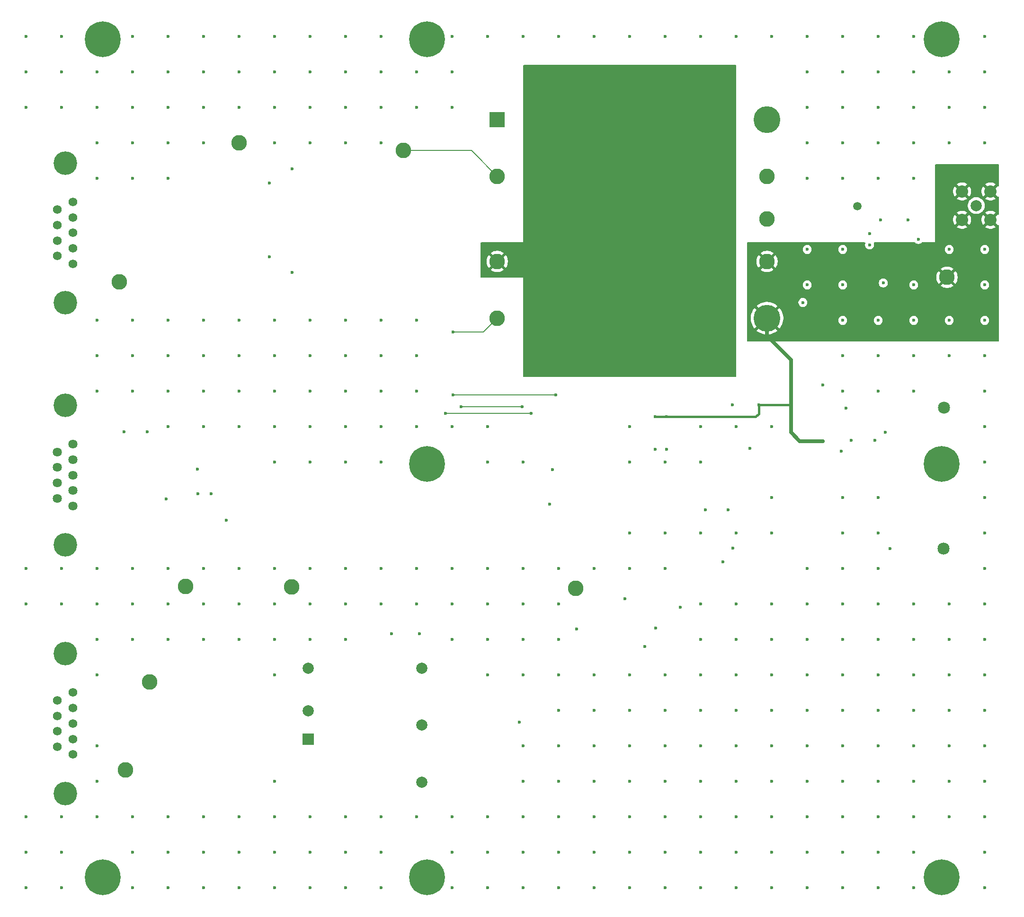
<source format=gbr>
%TF.GenerationSoftware,KiCad,Pcbnew,9.0.3*%
%TF.CreationDate,2025-09-16T14:49:37-04:00*%
%TF.ProjectId,9_TOF_PDU,395f544f-465f-4504-9455-2e6b69636164,rev?*%
%TF.SameCoordinates,Original*%
%TF.FileFunction,Copper,L3,Inr*%
%TF.FilePolarity,Positive*%
%FSLAX46Y46*%
G04 Gerber Fmt 4.6, Leading zero omitted, Abs format (unit mm)*
G04 Created by KiCad (PCBNEW 9.0.3) date 2025-09-16 14:49:37*
%MOMM*%
%LPD*%
G01*
G04 APERTURE LIST*
%TA.AperFunction,ComponentPad*%
%ADD10C,6.400000*%
%TD*%
%TA.AperFunction,ComponentPad*%
%ADD11C,2.800000*%
%TD*%
%TA.AperFunction,ComponentPad*%
%ADD12C,2.159000*%
%TD*%
%TA.AperFunction,ComponentPad*%
%ADD13C,1.560000*%
%TD*%
%TA.AperFunction,ComponentPad*%
%ADD14C,4.216000*%
%TD*%
%TA.AperFunction,ComponentPad*%
%ADD15C,1.635000*%
%TD*%
%TA.AperFunction,ComponentPad*%
%ADD16C,2.006600*%
%TD*%
%TA.AperFunction,ComponentPad*%
%ADD17C,2.209800*%
%TD*%
%TA.AperFunction,ComponentPad*%
%ADD18R,2.800000X2.800000*%
%TD*%
%TA.AperFunction,ComponentPad*%
%ADD19C,4.800000*%
%TD*%
%TA.AperFunction,ComponentPad*%
%ADD20R,2.000000X2.000000*%
%TD*%
%TA.AperFunction,ComponentPad*%
%ADD21C,2.000000*%
%TD*%
%TA.AperFunction,ViaPad*%
%ADD22C,0.600000*%
%TD*%
%TA.AperFunction,ViaPad*%
%ADD23C,1.500000*%
%TD*%
%TA.AperFunction,Conductor*%
%ADD24C,0.200000*%
%TD*%
%TA.AperFunction,Conductor*%
%ADD25C,0.700000*%
%TD*%
%TA.AperFunction,Conductor*%
%ADD26C,0.400000*%
%TD*%
%TA.AperFunction,Conductor*%
%ADD27C,0.600000*%
%TD*%
G04 APERTURE END LIST*
D10*
%TO.N,GNDPWR*%
%TO.C,H1*%
X128000000Y-64000000D03*
%TD*%
D11*
%TO.N,/Telemetry_Circuitry/V3p3*%
%TO.C,+3.3V1*%
X212598000Y-162306000D03*
%TD*%
D10*
%TO.N,GNDPWR*%
%TO.C,H3*%
X186000000Y-64000000D03*
%TD*%
%TO.N,GNDPWR*%
%TO.C,H2*%
X186000000Y-214000000D03*
%TD*%
D11*
%TO.N,/V_SEC_RTN*%
%TO.C,+12V_{RTN}1*%
X152400000Y-82550000D03*
%TD*%
D10*
%TO.N,GNDPWR*%
%TO.C,H6*%
X186000000Y-140000000D03*
%TD*%
%TO.N,GNDPWR*%
%TO.C,H4*%
X278000000Y-214000000D03*
%TD*%
D11*
%TO.N,/V_SEC_Telem_RTN*%
%TO.C,V_TELEM_{RTN}1*%
X136398000Y-179070000D03*
%TD*%
D12*
%TO.N,Net-(P1-Pad1)*%
%TO.C,P1*%
X278370000Y-155160000D03*
%TD*%
D11*
%TO.N,/Main_PDU_Block/Enable*%
%TO.C,V_{EN}1*%
X181780000Y-83870000D03*
%TD*%
%TO.N,/V_SEC_IN_Telem*%
%TO.C,V_TELEM_IN1*%
X132080000Y-194818000D03*
%TD*%
D13*
%TO.N,/V_SEC_Telem_RTN*%
%TO.C,J2*%
X122720000Y-180933500D03*
X122720000Y-183703500D03*
%TO.N,unconnected-(J2-Pad3)*%
X122720000Y-186473500D03*
%TO.N,/V_SEC_Telem_RTN*%
X122720000Y-189243500D03*
X122720000Y-192013500D03*
%TO.N,/V_SEC_IN_Telem*%
X119880000Y-182318500D03*
X119880000Y-185088500D03*
X119880000Y-187858500D03*
X119880000Y-190628500D03*
D14*
%TO.N,GNDPWR*%
X121300000Y-173973500D03*
X121300000Y-198973500D03*
%TD*%
D10*
%TO.N,GNDPWR*%
%TO.C,H7*%
X128000000Y-214000000D03*
%TD*%
D15*
%TO.N,/V_P5V_RTN*%
%TO.C,J3*%
X122720000Y-147540000D03*
%TO.N,/i_OUT_TELEM*%
X122720000Y-144770000D03*
%TO.N,unconnected-(J3-Pad3)*%
X122720000Y-142000000D03*
%TO.N,/Enable-*%
X122720000Y-139230000D03*
%TO.N,/Enable+*%
X122720000Y-136460000D03*
%TO.N,/V_P5V_RTN*%
X119880000Y-146155000D03*
%TO.N,/TEMP_TELEM*%
X119880000Y-143385000D03*
%TO.N,/V_P5V_RTN*%
X119880000Y-140615000D03*
%TO.N,/V_OUT_TELEM*%
X119880000Y-137845000D03*
D14*
%TO.N,GNDPWR*%
X121300000Y-129500000D03*
X121300000Y-154500000D03*
%TD*%
D11*
%TO.N,/V_TOF_RTN*%
%TO.C,SEC_{RTN}1*%
X279010000Y-106580000D03*
%TD*%
%TO.N,/V_P5V*%
%TO.C,V_TELEM_{5V}1*%
X142850000Y-161930000D03*
%TD*%
D13*
%TO.N,/V_SEC_RTN*%
%TO.C,J1*%
X122720000Y-93078500D03*
X122720000Y-95848500D03*
%TO.N,unconnected-(J1-Pad3)*%
X122720000Y-98618500D03*
%TO.N,/V_SEC_RTN*%
X122720000Y-101388500D03*
X122720000Y-104158500D03*
%TO.N,/V_SEC_IN*%
X119880000Y-94463500D03*
X119880000Y-97233500D03*
X119880000Y-100003500D03*
X119880000Y-102773500D03*
D14*
%TO.N,GNDPWR*%
X121300000Y-86118500D03*
X121300000Y-111118500D03*
%TD*%
D16*
%TO.N,/Telemetry_Circuitry/V_TOF_OUT*%
%TO.C,P_OUT1*%
X284238000Y-93748500D03*
D17*
%TO.N,/V_TOF_RTN*%
X286778000Y-91208500D03*
X281698000Y-91208500D03*
X281698000Y-96288500D03*
X286778000Y-96288500D03*
%TD*%
D11*
%TO.N,/V_SEC_IN*%
%TO.C,+12V1*%
X130940000Y-107370000D03*
%TD*%
D12*
%TO.N,Net-(M4-Pad3)*%
%TO.C,P2*%
X278500000Y-129950201D03*
%TD*%
D10*
%TO.N,GNDPWR*%
%TO.C,H8*%
X278000000Y-140000000D03*
%TD*%
%TO.N,GNDPWR*%
%TO.C,H5*%
X278000000Y-64000000D03*
%TD*%
D18*
%TO.N,/Main_PDU_Block/V_POS*%
%TO.C,U1*%
X198572500Y-78340000D03*
D11*
%TO.N,/Main_PDU_Block/Enable*%
X198572500Y-88500000D03*
%TO.N,GNDPWR*%
X198572500Y-103740000D03*
%TO.N,/Main_PDU_Block/V_RTN*%
X198572500Y-113900000D03*
D19*
%TO.N,/V_TOF_RTN*%
X246822500Y-113900000D03*
D11*
X246822500Y-103740000D03*
%TO.N,unconnected-(U1-TRIM-Pad7)*%
X246822500Y-96120000D03*
%TO.N,/Main_PDU_Block/V_TOF_OUT*%
X246822500Y-88500000D03*
D19*
X246822500Y-78340000D03*
%TD*%
D11*
%TO.N,/V_P5V_RTN*%
%TO.C,TELEM_{RTN}1*%
X161798000Y-162052000D03*
%TD*%
D20*
%TO.N,/V_TOF_Telemetry_PDU/V_POS*%
%TO.C,U2*%
X164755500Y-189273500D03*
D21*
%TO.N,/V_TOF_Telemetry_PDU/V_RTN*%
X164755500Y-184173500D03*
%TO.N,/V_P5V*%
X185055500Y-196973500D03*
%TO.N,unconnected-(U2-TRIM-Pad4)*%
X185055500Y-186773500D03*
%TO.N,/V_P5V_RTN*%
X185055500Y-176573500D03*
%TO.N,unconnected-(U2-REMOTE-Pad6)*%
X164755500Y-176573500D03*
%TD*%
D22*
%TO.N,/V_SEC_RTN*%
X171450000Y-165100000D03*
X165100000Y-127000000D03*
X177800000Y-215900000D03*
X165100000Y-133350000D03*
X247650000Y-215900000D03*
X215900000Y-209550000D03*
X266700000Y-158750000D03*
X146050000Y-127000000D03*
X177800000Y-139700000D03*
X279400000Y-114300000D03*
X177800000Y-76200000D03*
X146050000Y-171450000D03*
X114300000Y-158750000D03*
X254000000Y-203200000D03*
X222250000Y-177800000D03*
X139700000Y-127000000D03*
X139700000Y-120650000D03*
X133350000Y-63500000D03*
X247650000Y-133350000D03*
X120650000Y-158750000D03*
X165100000Y-139700000D03*
X120650000Y-203200000D03*
X196850000Y-139700000D03*
X203200000Y-63500000D03*
X127000000Y-88900000D03*
X133350000Y-209550000D03*
X234950000Y-215900000D03*
X222250000Y-203200000D03*
X222250000Y-215900000D03*
X260350000Y-82550000D03*
X209550000Y-63500000D03*
X190500000Y-133350000D03*
X184150000Y-127000000D03*
X152400000Y-63500000D03*
X254000000Y-88900000D03*
X266700000Y-196850000D03*
X273050000Y-120650000D03*
X196850000Y-133350000D03*
X203200000Y-165100000D03*
X171450000Y-158750000D03*
X222250000Y-190500000D03*
X241300000Y-215900000D03*
X133350000Y-120650000D03*
X285750000Y-184150000D03*
X171450000Y-133350000D03*
X146050000Y-133350000D03*
X209550000Y-165100000D03*
X165100000Y-203200000D03*
X215900000Y-63500000D03*
X158750000Y-114300000D03*
X184150000Y-114300000D03*
X133350000Y-114300000D03*
X127000000Y-69850000D03*
X177800000Y-158750000D03*
X171450000Y-215900000D03*
X146050000Y-63500000D03*
X260350000Y-165100000D03*
X165100000Y-209550000D03*
X177800000Y-69850000D03*
X228600000Y-190500000D03*
X260350000Y-171450000D03*
X171450000Y-127000000D03*
X133350000Y-76200000D03*
X254000000Y-171450000D03*
X241300000Y-196850000D03*
X209550000Y-209550000D03*
X165100000Y-120650000D03*
X171450000Y-63500000D03*
X285750000Y-215900000D03*
X273050000Y-127000000D03*
X222250000Y-139700000D03*
X177800000Y-209550000D03*
X222250000Y-152400000D03*
X285750000Y-120650000D03*
X196850000Y-215900000D03*
X222250000Y-196850000D03*
X152400000Y-114300000D03*
X165100000Y-82550000D03*
X266700000Y-184150000D03*
X266700000Y-146050000D03*
X234950000Y-203200000D03*
X234950000Y-63500000D03*
X152400000Y-165100000D03*
X152400000Y-120650000D03*
X196850000Y-171450000D03*
X260350000Y-215900000D03*
X152400000Y-158750000D03*
X171450000Y-209550000D03*
X254000000Y-177800000D03*
X241300000Y-209550000D03*
X266700000Y-203200000D03*
X247650000Y-152400000D03*
X241300000Y-171450000D03*
X228600000Y-139700000D03*
X241300000Y-165100000D03*
X190500000Y-69850000D03*
X152400000Y-203200000D03*
X228600000Y-184150000D03*
X260350000Y-203200000D03*
X196850000Y-177800000D03*
X273050000Y-171450000D03*
X247650000Y-177800000D03*
X254000000Y-69850000D03*
X139700000Y-203200000D03*
X203200000Y-209550000D03*
X285750000Y-165100000D03*
X285750000Y-177800000D03*
X190500000Y-63500000D03*
X273050000Y-69850000D03*
X285750000Y-196850000D03*
X177800000Y-127000000D03*
X247650000Y-196850000D03*
X215900000Y-190500000D03*
X158750000Y-133350000D03*
X158750000Y-177800000D03*
X285750000Y-152400000D03*
X177800000Y-165100000D03*
X247650000Y-171450000D03*
X165100000Y-76200000D03*
X190500000Y-165100000D03*
X247650000Y-63500000D03*
X285750000Y-114300000D03*
X254000000Y-190500000D03*
X146050000Y-209550000D03*
X228600000Y-177800000D03*
X139700000Y-114300000D03*
X171450000Y-139700000D03*
X254000000Y-158750000D03*
X279400000Y-165100000D03*
X158750000Y-203200000D03*
X273050000Y-203200000D03*
X215900000Y-203200000D03*
X266700000Y-171450000D03*
X279400000Y-101600000D03*
X177800000Y-203200000D03*
X139700000Y-158750000D03*
X273050000Y-76200000D03*
X254000000Y-196850000D03*
X171450000Y-69850000D03*
X247650000Y-203200000D03*
X146050000Y-203200000D03*
X247650000Y-146050000D03*
X247650000Y-184150000D03*
X196850000Y-63500000D03*
X158750000Y-76200000D03*
X215900000Y-177800000D03*
X209550000Y-184150000D03*
X133350000Y-158750000D03*
X215900000Y-158750000D03*
X190500000Y-158750000D03*
X260350000Y-76200000D03*
X114300000Y-165100000D03*
X234950000Y-190500000D03*
X266700000Y-69850000D03*
X279400000Y-177800000D03*
X266700000Y-127000000D03*
X133350000Y-69850000D03*
X190500000Y-171450000D03*
X260350000Y-88900000D03*
X279400000Y-190500000D03*
X209550000Y-158750000D03*
X152400000Y-215900000D03*
X285750000Y-63500000D03*
X165100000Y-171450000D03*
X133350000Y-165100000D03*
X139700000Y-69850000D03*
X114300000Y-209550000D03*
X133350000Y-203200000D03*
X279400000Y-82550000D03*
X254000000Y-76200000D03*
X158750000Y-171450000D03*
X190500000Y-76200000D03*
X127000000Y-158750000D03*
X273050000Y-184150000D03*
X228600000Y-209550000D03*
X127000000Y-171450000D03*
X184150000Y-165100000D03*
X234950000Y-177800000D03*
X228600000Y-63500000D03*
X222250000Y-63500000D03*
X215900000Y-184150000D03*
X260350000Y-184150000D03*
X260350000Y-190500000D03*
X120650000Y-215900000D03*
X254000000Y-165100000D03*
X184150000Y-120650000D03*
X152400000Y-127000000D03*
X273050000Y-190500000D03*
X209550000Y-171450000D03*
X254000000Y-215900000D03*
X158750000Y-209550000D03*
X152400000Y-133350000D03*
X254000000Y-184150000D03*
X203200000Y-158750000D03*
X228600000Y-158750000D03*
X273050000Y-177800000D03*
X203200000Y-203200000D03*
X273050000Y-82550000D03*
X133350000Y-215900000D03*
X273050000Y-107950000D03*
X114300000Y-69850000D03*
X273050000Y-63500000D03*
X203200000Y-171450000D03*
X139700000Y-76200000D03*
X260350000Y-120650000D03*
X152400000Y-209550000D03*
X285750000Y-171450000D03*
X266700000Y-114300000D03*
X152400000Y-76200000D03*
X158750000Y-69850000D03*
X127000000Y-177800000D03*
X190500000Y-203200000D03*
X285750000Y-209550000D03*
X273050000Y-88900000D03*
X285750000Y-158750000D03*
X120650000Y-165100000D03*
X279400000Y-196850000D03*
X228600000Y-203200000D03*
X127000000Y-127000000D03*
X254000000Y-82550000D03*
X133350000Y-127000000D03*
X203200000Y-190500000D03*
X114300000Y-63500000D03*
X228600000Y-215900000D03*
X285750000Y-133350000D03*
X266700000Y-120650000D03*
X184150000Y-133350000D03*
X266700000Y-190500000D03*
X273050000Y-196850000D03*
X158750000Y-165100000D03*
X241300000Y-133350000D03*
X139700000Y-88900000D03*
X139700000Y-133350000D03*
X254000000Y-209550000D03*
X209550000Y-215900000D03*
X203200000Y-177800000D03*
X266700000Y-63500000D03*
X285750000Y-190500000D03*
X234950000Y-133350000D03*
X285750000Y-146050000D03*
X241300000Y-184150000D03*
X146050000Y-76200000D03*
X209550000Y-203200000D03*
X266700000Y-152400000D03*
X196850000Y-165100000D03*
X209550000Y-190500000D03*
X190500000Y-209550000D03*
X260350000Y-146050000D03*
X222250000Y-184150000D03*
X234950000Y-196850000D03*
X279400000Y-171450000D03*
X177800000Y-120650000D03*
X184150000Y-69850000D03*
X234950000Y-152400000D03*
X203200000Y-196850000D03*
X266700000Y-215900000D03*
X273050000Y-215900000D03*
X171450000Y-82550000D03*
X260350000Y-63500000D03*
X273050000Y-114300000D03*
X203200000Y-139700000D03*
X158750000Y-158750000D03*
X209550000Y-177800000D03*
X127000000Y-120650000D03*
X254000000Y-63500000D03*
X279400000Y-184150000D03*
X241300000Y-152400000D03*
X120650000Y-76200000D03*
X133350000Y-171450000D03*
X184150000Y-203200000D03*
X171450000Y-203200000D03*
X127000000Y-82550000D03*
X279400000Y-69850000D03*
X120650000Y-63500000D03*
X184150000Y-76200000D03*
X127000000Y-203200000D03*
X215900000Y-215900000D03*
X279400000Y-76200000D03*
X152400000Y-171450000D03*
X146050000Y-165100000D03*
X285750000Y-69850000D03*
X260350000Y-127000000D03*
X241300000Y-177800000D03*
X266700000Y-88900000D03*
X285750000Y-107950000D03*
X158750000Y-196850000D03*
X247650000Y-209550000D03*
X171450000Y-120650000D03*
X171450000Y-114300000D03*
X146050000Y-114300000D03*
X260350000Y-69850000D03*
X146050000Y-215900000D03*
X177800000Y-133350000D03*
X146050000Y-158750000D03*
X273050000Y-209550000D03*
X222250000Y-209550000D03*
X146050000Y-120650000D03*
X260350000Y-107950000D03*
X254000000Y-101600000D03*
X260350000Y-177800000D03*
X215900000Y-196850000D03*
X158750000Y-63500000D03*
X285750000Y-203200000D03*
X241300000Y-63500000D03*
X260350000Y-101600000D03*
X127000000Y-114300000D03*
X279400000Y-203200000D03*
X196850000Y-209550000D03*
X165100000Y-63500000D03*
X127000000Y-196850000D03*
X165100000Y-165100000D03*
X266700000Y-209550000D03*
X266700000Y-165100000D03*
X285750000Y-82550000D03*
X285750000Y-76200000D03*
X139700000Y-165100000D03*
X266700000Y-177800000D03*
X165100000Y-215900000D03*
X209550000Y-196850000D03*
X158750000Y-215900000D03*
X133350000Y-82550000D03*
X127000000Y-165100000D03*
X158750000Y-120650000D03*
X196850000Y-158750000D03*
X165100000Y-114300000D03*
X171450000Y-76200000D03*
X234950000Y-165100000D03*
X254000000Y-107950000D03*
X177800000Y-63500000D03*
X222250000Y-133350000D03*
X184150000Y-158750000D03*
X285750000Y-101600000D03*
X120650000Y-209550000D03*
X146050000Y-69850000D03*
X139700000Y-82550000D03*
X171450000Y-171450000D03*
X133350000Y-88900000D03*
X260350000Y-114300000D03*
X241300000Y-203200000D03*
X222250000Y-158750000D03*
X139700000Y-171450000D03*
X158750000Y-82550000D03*
X114300000Y-203200000D03*
X139700000Y-63500000D03*
X228600000Y-152400000D03*
X152400000Y-69850000D03*
X177800000Y-82550000D03*
X114300000Y-76200000D03*
X203200000Y-215900000D03*
X247650000Y-165100000D03*
X260350000Y-158750000D03*
X285750000Y-127000000D03*
X139700000Y-209550000D03*
X120650000Y-69850000D03*
X165100000Y-69850000D03*
X260350000Y-209550000D03*
X234950000Y-171450000D03*
X177800000Y-114300000D03*
X234950000Y-209550000D03*
X260350000Y-196850000D03*
X241300000Y-190500000D03*
X285750000Y-139700000D03*
X260350000Y-152400000D03*
X234950000Y-184150000D03*
X158750000Y-127000000D03*
X273050000Y-165100000D03*
X139700000Y-215900000D03*
X234950000Y-139700000D03*
X266700000Y-76200000D03*
X266700000Y-82550000D03*
X279400000Y-120650000D03*
X196850000Y-203200000D03*
X165100000Y-158750000D03*
X146050000Y-82550000D03*
X228600000Y-196850000D03*
X127000000Y-190500000D03*
X247650000Y-190500000D03*
X190500000Y-215900000D03*
X158750000Y-139700000D03*
X114300000Y-215900000D03*
X127000000Y-76200000D03*
%TO.N,/Main_PDU_Block/V_RTN*%
X190700000Y-116410000D03*
X190700000Y-127620000D03*
X209038000Y-127618500D03*
%TO.N,/Main_PDU_Block/V_POS*%
X204650000Y-130960000D03*
X189280000Y-130960000D03*
D23*
%TO.N,/Main_PDU_Block/V_TOF_OUT*%
X262938000Y-93856000D03*
D22*
X267138000Y-96318500D03*
%TO.N,/V_TOF_RTN*%
X226822000Y-131572000D03*
X245338000Y-129418500D03*
X256810000Y-135910000D03*
X228854000Y-131572000D03*
D23*
%TO.N,GNDPWR*%
X237490000Y-121920000D03*
X232410000Y-76200000D03*
X237490000Y-96520000D03*
X222250000Y-86360000D03*
D22*
X161912000Y-87126500D03*
D23*
X212090000Y-91440000D03*
X232410000Y-91440000D03*
X207010000Y-91440000D03*
X212090000Y-76200000D03*
X232410000Y-106680000D03*
X212090000Y-96520000D03*
X222250000Y-81280000D03*
X212090000Y-86360000D03*
X222250000Y-91440000D03*
X227330000Y-116840000D03*
X222250000Y-121920000D03*
X212090000Y-106680000D03*
X222250000Y-116840000D03*
X227330000Y-106680000D03*
X222250000Y-96520000D03*
X207010000Y-111760000D03*
X217170000Y-81280000D03*
X217170000Y-116840000D03*
X222250000Y-101600000D03*
X222250000Y-71120000D03*
X217170000Y-91440000D03*
X227330000Y-71120000D03*
X232410000Y-101600000D03*
X232410000Y-96520000D03*
X237490000Y-91440000D03*
X207010000Y-101600000D03*
X237490000Y-101600000D03*
X207010000Y-121920000D03*
X212090000Y-121920000D03*
X207010000Y-106680000D03*
X227330000Y-81280000D03*
X212090000Y-111760000D03*
D22*
X161912000Y-105668500D03*
D23*
X217170000Y-96520000D03*
X232410000Y-111760000D03*
X207010000Y-71120000D03*
X237490000Y-81280000D03*
X217170000Y-86360000D03*
X227330000Y-111760000D03*
X237490000Y-106680000D03*
X237490000Y-71120000D03*
X222250000Y-111760000D03*
X207010000Y-96520000D03*
X232410000Y-86360000D03*
X232410000Y-81280000D03*
X207010000Y-86360000D03*
X237490000Y-116840000D03*
X207010000Y-76200000D03*
X232410000Y-121920000D03*
X217170000Y-121920000D03*
X227330000Y-76200000D03*
X217170000Y-76200000D03*
X222250000Y-106680000D03*
X227330000Y-86360000D03*
X217170000Y-106680000D03*
X237490000Y-76200000D03*
X217170000Y-71120000D03*
X237490000Y-111760000D03*
X227330000Y-91440000D03*
D22*
X179638000Y-170418500D03*
D23*
X212090000Y-101600000D03*
X232410000Y-71120000D03*
X237490000Y-86360000D03*
X207010000Y-116840000D03*
X207010000Y-81280000D03*
X217170000Y-101600000D03*
X212090000Y-71120000D03*
D22*
X240638000Y-129418500D03*
D23*
X222250000Y-76200000D03*
X212090000Y-81280000D03*
X227330000Y-101600000D03*
X227330000Y-96520000D03*
X217170000Y-111760000D03*
X227330000Y-121920000D03*
X212090000Y-116840000D03*
X232410000Y-116840000D03*
D22*
%TO.N,/V_P5V_RTN*%
X260938000Y-130003500D03*
X212778000Y-169573500D03*
X226878000Y-169348500D03*
X266138000Y-135753500D03*
X265148000Y-98728500D03*
X184638000Y-170418500D03*
X267608000Y-107598500D03*
X131838000Y-134218500D03*
X144978000Y-140938500D03*
X207938000Y-147218499D03*
X243780000Y-137170000D03*
X226822000Y-137414000D03*
X231296500Y-165678500D03*
X238903100Y-157558500D03*
X139398000Y-146248499D03*
X150078000Y-150048500D03*
X267988000Y-134308500D03*
X273888000Y-99808500D03*
X228854000Y-137414000D03*
%TO.N,/V_P5V*%
X224978000Y-172648500D03*
X147408000Y-145338500D03*
X261888001Y-135753500D03*
X268830000Y-155119799D03*
X202510000Y-186200000D03*
X208438000Y-141018500D03*
%TO.N,/Telemetry_Circuitry/V3p3*%
X240703100Y-155058500D03*
X135938000Y-134218500D03*
X239893100Y-148188500D03*
X265148000Y-100778500D03*
X235763100Y-148178500D03*
X221378000Y-164148500D03*
X144988000Y-145298498D03*
%TO.N,/Main_PDU_Block/SEC_RTN*%
X157848000Y-102874500D03*
X157848000Y-89666500D03*
%TO.N,/Main_PDU_Block/Enable*%
X203038000Y-129718500D03*
X192080000Y-129720000D03*
%TO.N,/Telemetry_Circuitry/V_TOF_OUT*%
X260130000Y-137750000D03*
X256748000Y-125818500D03*
X272038000Y-96318500D03*
%TO.N,Net-(U8B-IN2+)*%
X253230000Y-111090000D03*
%TD*%
D24*
%TO.N,/Main_PDU_Block/V_RTN*%
X196062500Y-116410000D02*
X198572500Y-113900000D01*
X190700000Y-116410000D02*
X196062500Y-116410000D01*
X190701500Y-127618500D02*
X190700000Y-127620000D01*
X209038000Y-127618500D02*
X190701500Y-127618500D01*
%TO.N,/Main_PDU_Block/V_POS*%
X204650000Y-130960000D02*
X189280000Y-130960000D01*
%TO.N,/V_TOF_RTN*%
X251071500Y-129418500D02*
X251090000Y-129400000D01*
D25*
X251090000Y-121362582D02*
X251090000Y-129400000D01*
D26*
X226822000Y-131572000D02*
X244798000Y-131572000D01*
D25*
X246822500Y-117095082D02*
X251090000Y-121362582D01*
X251090000Y-129400000D02*
X251090000Y-134330000D01*
X252670000Y-135910000D02*
X256810000Y-135910000D01*
D26*
X245338000Y-129418500D02*
X251071500Y-129418500D01*
X244798000Y-131572000D02*
X245338000Y-131032000D01*
X245338000Y-131032000D02*
X245338000Y-129418500D01*
D25*
X246822500Y-113900000D02*
X246822500Y-117095082D01*
X251090000Y-134330000D02*
X252670000Y-135910000D01*
D27*
%TO.N,/V_SEC_IN_Telem*%
X119880000Y-190628500D02*
X119880000Y-190983694D01*
X119880000Y-190983694D02*
X119888000Y-190991694D01*
D24*
%TO.N,/Main_PDU_Block/Enable*%
X181780000Y-83870000D02*
X193942500Y-83870000D01*
X193942500Y-83870000D02*
X198572500Y-88500000D01*
X192080000Y-129720000D02*
X192081500Y-129718500D01*
X203038000Y-129718500D02*
X192080000Y-129720000D01*
%TD*%
%TA.AperFunction,Conductor*%
%TO.N,GNDPWR*%
G36*
X241243039Y-68599685D02*
G01*
X241288794Y-68652489D01*
X241300000Y-68704000D01*
X241300000Y-124336000D01*
X241280315Y-124403039D01*
X241227511Y-124448794D01*
X241176000Y-124460000D01*
X203324000Y-124460000D01*
X203256961Y-124440315D01*
X203211206Y-124387511D01*
X203200000Y-124336000D01*
X203200000Y-106680000D01*
X195704000Y-106680000D01*
X195636961Y-106660315D01*
X195591206Y-106607511D01*
X195580000Y-106556000D01*
X195580000Y-103615466D01*
X196672500Y-103615466D01*
X196672500Y-103864533D01*
X196705008Y-104111463D01*
X196769473Y-104352049D01*
X196864783Y-104582148D01*
X196864788Y-104582159D01*
X196989313Y-104797841D01*
X196989319Y-104797849D01*
X197063900Y-104895045D01*
X197933189Y-104025756D01*
X197952168Y-104071574D01*
X198028774Y-104186224D01*
X198126276Y-104283726D01*
X198240926Y-104360332D01*
X198286742Y-104379309D01*
X197417453Y-105248598D01*
X197514650Y-105323180D01*
X197514658Y-105323186D01*
X197730340Y-105447711D01*
X197730351Y-105447716D01*
X197960450Y-105543026D01*
X198201036Y-105607491D01*
X198447966Y-105640000D01*
X198697034Y-105640000D01*
X198943963Y-105607491D01*
X199184549Y-105543026D01*
X199414648Y-105447716D01*
X199414659Y-105447711D01*
X199630355Y-105323178D01*
X199727545Y-105248600D01*
X199727545Y-105248597D01*
X198858257Y-104379309D01*
X198904074Y-104360332D01*
X199018724Y-104283726D01*
X199116226Y-104186224D01*
X199192832Y-104071574D01*
X199211809Y-104025757D01*
X200081097Y-104895045D01*
X200081100Y-104895045D01*
X200155678Y-104797855D01*
X200280211Y-104582159D01*
X200280216Y-104582148D01*
X200375526Y-104352049D01*
X200439991Y-104111463D01*
X200472500Y-103864533D01*
X200472500Y-103615466D01*
X200439991Y-103368536D01*
X200375526Y-103127950D01*
X200280216Y-102897851D01*
X200280211Y-102897840D01*
X200155686Y-102682158D01*
X200155680Y-102682150D01*
X200081098Y-102584953D01*
X199211809Y-103454242D01*
X199192832Y-103408426D01*
X199116226Y-103293776D01*
X199018724Y-103196274D01*
X198904074Y-103119668D01*
X198858255Y-103100689D01*
X199727545Y-102231400D01*
X199630349Y-102156819D01*
X199630341Y-102156813D01*
X199414659Y-102032288D01*
X199414648Y-102032283D01*
X199184549Y-101936973D01*
X198943963Y-101872508D01*
X198697034Y-101840000D01*
X198447966Y-101840000D01*
X198201036Y-101872508D01*
X197960450Y-101936973D01*
X197730351Y-102032283D01*
X197730347Y-102032285D01*
X197514643Y-102156823D01*
X197417453Y-102231399D01*
X197417453Y-102231400D01*
X198286743Y-103100690D01*
X198240926Y-103119668D01*
X198126276Y-103196274D01*
X198028774Y-103293776D01*
X197952168Y-103408426D01*
X197933190Y-103454243D01*
X197063900Y-102584953D01*
X197063899Y-102584953D01*
X196989323Y-102682143D01*
X196864785Y-102897847D01*
X196864783Y-102897851D01*
X196769473Y-103127950D01*
X196705008Y-103368536D01*
X196672500Y-103615466D01*
X195580000Y-103615466D01*
X195580000Y-100454000D01*
X195599685Y-100386961D01*
X195652489Y-100341206D01*
X195704000Y-100330000D01*
X203200000Y-100330000D01*
X203200000Y-68704000D01*
X203219685Y-68636961D01*
X203272489Y-68591206D01*
X203324000Y-68580000D01*
X241176000Y-68580000D01*
X241243039Y-68599685D01*
G37*
%TD.AperFunction*%
%TD*%
%TA.AperFunction,Conductor*%
%TO.N,/V_TOF_RTN*%
G36*
X288233039Y-86379685D02*
G01*
X288278794Y-86432489D01*
X288290000Y-86484000D01*
X288290000Y-90177537D01*
X288270315Y-90244576D01*
X288217511Y-90290331D01*
X288148353Y-90300275D01*
X288084797Y-90271250D01*
X288078618Y-90264518D01*
X288075758Y-90264292D01*
X287532803Y-90807247D01*
X287532058Y-90805448D01*
X287438937Y-90666083D01*
X287320417Y-90547563D01*
X287181052Y-90454442D01*
X287179249Y-90453695D01*
X287722206Y-89910740D01*
X287619151Y-89835866D01*
X287394072Y-89721183D01*
X287153815Y-89643118D01*
X286904307Y-89603600D01*
X286651693Y-89603600D01*
X286402184Y-89643118D01*
X286161927Y-89721183D01*
X285936844Y-89835868D01*
X285833793Y-89910739D01*
X285833792Y-89910740D01*
X286376748Y-90453696D01*
X286374948Y-90454442D01*
X286235583Y-90547563D01*
X286117063Y-90666083D01*
X286023942Y-90805448D01*
X286023196Y-90807248D01*
X285480240Y-90264292D01*
X285480239Y-90264293D01*
X285405368Y-90367344D01*
X285290683Y-90592427D01*
X285212618Y-90832684D01*
X285173100Y-91082192D01*
X285173100Y-91334807D01*
X285212618Y-91584315D01*
X285290683Y-91824572D01*
X285405366Y-92049651D01*
X285480240Y-92152705D01*
X285480240Y-92152706D01*
X286023195Y-91609750D01*
X286023942Y-91611552D01*
X286117063Y-91750917D01*
X286235583Y-91869437D01*
X286374948Y-91962558D01*
X286376748Y-91963303D01*
X285833792Y-92506258D01*
X285936848Y-92581133D01*
X286161927Y-92695816D01*
X286402184Y-92773881D01*
X286651693Y-92813400D01*
X286904307Y-92813400D01*
X287153815Y-92773881D01*
X287394072Y-92695816D01*
X287619143Y-92581137D01*
X287619149Y-92581133D01*
X287722205Y-92506258D01*
X287722206Y-92506258D01*
X287179251Y-91963303D01*
X287181052Y-91962558D01*
X287320417Y-91869437D01*
X287438937Y-91750917D01*
X287532058Y-91611552D01*
X287532803Y-91609751D01*
X288075758Y-92152706D01*
X288084567Y-92152012D01*
X288121012Y-92123910D01*
X288190625Y-92117931D01*
X288252420Y-92150537D01*
X288286777Y-92211375D01*
X288290000Y-92239461D01*
X288290000Y-95257537D01*
X288270315Y-95324576D01*
X288217511Y-95370331D01*
X288148353Y-95380275D01*
X288084797Y-95351250D01*
X288078618Y-95344518D01*
X288075758Y-95344292D01*
X287532803Y-95887247D01*
X287532058Y-95885448D01*
X287438937Y-95746083D01*
X287320417Y-95627563D01*
X287181052Y-95534442D01*
X287179249Y-95533695D01*
X287722206Y-94990740D01*
X287619151Y-94915866D01*
X287394072Y-94801183D01*
X287153815Y-94723118D01*
X286904307Y-94683600D01*
X286651693Y-94683600D01*
X286402184Y-94723118D01*
X286161927Y-94801183D01*
X285936844Y-94915868D01*
X285833793Y-94990739D01*
X285833792Y-94990740D01*
X286376748Y-95533696D01*
X286374948Y-95534442D01*
X286235583Y-95627563D01*
X286117063Y-95746083D01*
X286023942Y-95885448D01*
X286023196Y-95887248D01*
X285480240Y-95344292D01*
X285480239Y-95344293D01*
X285405368Y-95447344D01*
X285290683Y-95672427D01*
X285212618Y-95912684D01*
X285173100Y-96162192D01*
X285173100Y-96414807D01*
X285212618Y-96664315D01*
X285290683Y-96904572D01*
X285405366Y-97129651D01*
X285480240Y-97232705D01*
X285480240Y-97232706D01*
X286023195Y-96689750D01*
X286023942Y-96691552D01*
X286117063Y-96830917D01*
X286235583Y-96949437D01*
X286374948Y-97042558D01*
X286376748Y-97043303D01*
X285833792Y-97586258D01*
X285936848Y-97661133D01*
X286161927Y-97775816D01*
X286402184Y-97853881D01*
X286651693Y-97893400D01*
X286904307Y-97893400D01*
X287153815Y-97853881D01*
X287394072Y-97775816D01*
X287619143Y-97661137D01*
X287619149Y-97661133D01*
X287722205Y-97586258D01*
X287722206Y-97586258D01*
X287179251Y-97043303D01*
X287181052Y-97042558D01*
X287320417Y-96949437D01*
X287438937Y-96830917D01*
X287532058Y-96691552D01*
X287532803Y-96689751D01*
X288075758Y-97232706D01*
X288084567Y-97232012D01*
X288121012Y-97203910D01*
X288190625Y-97197931D01*
X288252420Y-97230537D01*
X288286777Y-97291375D01*
X288290000Y-97319461D01*
X288290000Y-117986000D01*
X288270315Y-118053039D01*
X288217511Y-118098794D01*
X288166000Y-118110000D01*
X243329000Y-118110000D01*
X243261961Y-118090315D01*
X243216206Y-118037511D01*
X243205000Y-117986000D01*
X243205000Y-113737135D01*
X243922500Y-113737135D01*
X243922500Y-114062864D01*
X243958968Y-114386520D01*
X243958970Y-114386536D01*
X244031448Y-114704087D01*
X244031452Y-114704099D01*
X244139025Y-115011523D01*
X244139034Y-115011545D01*
X244280349Y-115304989D01*
X244453646Y-115580789D01*
X244602055Y-115766890D01*
X245814616Y-114554329D01*
X245907191Y-114681748D01*
X246040752Y-114815309D01*
X246168169Y-114907882D01*
X244955608Y-116120443D01*
X245141710Y-116268853D01*
X245417510Y-116442150D01*
X245710954Y-116583465D01*
X245710976Y-116583474D01*
X246018400Y-116691047D01*
X246018412Y-116691051D01*
X246335963Y-116763529D01*
X246335979Y-116763531D01*
X246659635Y-116799999D01*
X246659636Y-116800000D01*
X246985364Y-116800000D01*
X246985364Y-116799999D01*
X247309020Y-116763531D01*
X247309036Y-116763529D01*
X247626587Y-116691051D01*
X247626599Y-116691047D01*
X247934023Y-116583474D01*
X247934045Y-116583465D01*
X248227489Y-116442150D01*
X248503289Y-116268853D01*
X248689390Y-116120443D01*
X247476830Y-114907883D01*
X247604248Y-114815309D01*
X247737809Y-114681748D01*
X247830383Y-114554330D01*
X249042943Y-115766890D01*
X249191353Y-115580789D01*
X249364650Y-115304989D01*
X249505965Y-115011545D01*
X249505974Y-115011523D01*
X249613547Y-114704099D01*
X249613551Y-114704087D01*
X249686029Y-114386536D01*
X249686031Y-114386520D01*
X249704665Y-114221153D01*
X259549500Y-114221153D01*
X259549500Y-114378846D01*
X259580261Y-114533489D01*
X259580264Y-114533501D01*
X259640602Y-114679172D01*
X259640609Y-114679185D01*
X259728210Y-114810288D01*
X259728213Y-114810292D01*
X259839707Y-114921786D01*
X259839711Y-114921789D01*
X259970814Y-115009390D01*
X259970827Y-115009397D01*
X260116498Y-115069735D01*
X260116503Y-115069737D01*
X260268644Y-115100000D01*
X260271153Y-115100499D01*
X260271156Y-115100500D01*
X260271158Y-115100500D01*
X260428844Y-115100500D01*
X260428845Y-115100499D01*
X260583497Y-115069737D01*
X260729179Y-115009394D01*
X260860289Y-114921789D01*
X260971789Y-114810289D01*
X261059394Y-114679179D01*
X261119737Y-114533497D01*
X261150500Y-114378842D01*
X261150500Y-114221158D01*
X261150500Y-114221155D01*
X261150499Y-114221153D01*
X265899500Y-114221153D01*
X265899500Y-114378846D01*
X265930261Y-114533489D01*
X265930264Y-114533501D01*
X265990602Y-114679172D01*
X265990609Y-114679185D01*
X266078210Y-114810288D01*
X266078213Y-114810292D01*
X266189707Y-114921786D01*
X266189711Y-114921789D01*
X266320814Y-115009390D01*
X266320827Y-115009397D01*
X266466498Y-115069735D01*
X266466503Y-115069737D01*
X266618644Y-115100000D01*
X266621153Y-115100499D01*
X266621156Y-115100500D01*
X266621158Y-115100500D01*
X266778844Y-115100500D01*
X266778845Y-115100499D01*
X266933497Y-115069737D01*
X267079179Y-115009394D01*
X267210289Y-114921789D01*
X267321789Y-114810289D01*
X267409394Y-114679179D01*
X267469737Y-114533497D01*
X267500500Y-114378842D01*
X267500500Y-114221158D01*
X267500500Y-114221155D01*
X267500499Y-114221153D01*
X272249500Y-114221153D01*
X272249500Y-114378846D01*
X272280261Y-114533489D01*
X272280264Y-114533501D01*
X272340602Y-114679172D01*
X272340609Y-114679185D01*
X272428210Y-114810288D01*
X272428213Y-114810292D01*
X272539707Y-114921786D01*
X272539711Y-114921789D01*
X272670814Y-115009390D01*
X272670827Y-115009397D01*
X272816498Y-115069735D01*
X272816503Y-115069737D01*
X272968644Y-115100000D01*
X272971153Y-115100499D01*
X272971156Y-115100500D01*
X272971158Y-115100500D01*
X273128844Y-115100500D01*
X273128845Y-115100499D01*
X273283497Y-115069737D01*
X273429179Y-115009394D01*
X273560289Y-114921789D01*
X273671789Y-114810289D01*
X273759394Y-114679179D01*
X273819737Y-114533497D01*
X273850500Y-114378842D01*
X273850500Y-114221158D01*
X273850500Y-114221155D01*
X273850499Y-114221153D01*
X278599500Y-114221153D01*
X278599500Y-114378846D01*
X278630261Y-114533489D01*
X278630264Y-114533501D01*
X278690602Y-114679172D01*
X278690609Y-114679185D01*
X278778210Y-114810288D01*
X278778213Y-114810292D01*
X278889707Y-114921786D01*
X278889711Y-114921789D01*
X279020814Y-115009390D01*
X279020827Y-115009397D01*
X279166498Y-115069735D01*
X279166503Y-115069737D01*
X279318644Y-115100000D01*
X279321153Y-115100499D01*
X279321156Y-115100500D01*
X279321158Y-115100500D01*
X279478844Y-115100500D01*
X279478845Y-115100499D01*
X279633497Y-115069737D01*
X279779179Y-115009394D01*
X279910289Y-114921789D01*
X280021789Y-114810289D01*
X280109394Y-114679179D01*
X280169737Y-114533497D01*
X280200500Y-114378842D01*
X280200500Y-114221158D01*
X280200500Y-114221155D01*
X280200499Y-114221153D01*
X284949500Y-114221153D01*
X284949500Y-114378846D01*
X284980261Y-114533489D01*
X284980264Y-114533501D01*
X285040602Y-114679172D01*
X285040609Y-114679185D01*
X285128210Y-114810288D01*
X285128213Y-114810292D01*
X285239707Y-114921786D01*
X285239711Y-114921789D01*
X285370814Y-115009390D01*
X285370827Y-115009397D01*
X285516498Y-115069735D01*
X285516503Y-115069737D01*
X285668644Y-115100000D01*
X285671153Y-115100499D01*
X285671156Y-115100500D01*
X285671158Y-115100500D01*
X285828844Y-115100500D01*
X285828845Y-115100499D01*
X285983497Y-115069737D01*
X286129179Y-115009394D01*
X286260289Y-114921789D01*
X286371789Y-114810289D01*
X286459394Y-114679179D01*
X286519737Y-114533497D01*
X286550500Y-114378842D01*
X286550500Y-114221158D01*
X286550500Y-114221155D01*
X286550499Y-114221153D01*
X286519738Y-114066510D01*
X286519737Y-114066503D01*
X286489889Y-113994442D01*
X286459397Y-113920827D01*
X286459390Y-113920814D01*
X286371789Y-113789711D01*
X286371786Y-113789707D01*
X286260292Y-113678213D01*
X286260288Y-113678210D01*
X286129185Y-113590609D01*
X286129172Y-113590602D01*
X285983501Y-113530264D01*
X285983489Y-113530261D01*
X285828845Y-113499500D01*
X285828842Y-113499500D01*
X285671158Y-113499500D01*
X285671155Y-113499500D01*
X285516510Y-113530261D01*
X285516498Y-113530264D01*
X285370827Y-113590602D01*
X285370814Y-113590609D01*
X285239711Y-113678210D01*
X285239707Y-113678213D01*
X285128213Y-113789707D01*
X285128210Y-113789711D01*
X285040609Y-113920814D01*
X285040602Y-113920827D01*
X284980264Y-114066498D01*
X284980261Y-114066510D01*
X284949500Y-114221153D01*
X280200499Y-114221153D01*
X280169738Y-114066510D01*
X280169737Y-114066503D01*
X280139889Y-113994442D01*
X280109397Y-113920827D01*
X280109390Y-113920814D01*
X280021789Y-113789711D01*
X280021786Y-113789707D01*
X279910292Y-113678213D01*
X279910288Y-113678210D01*
X279779185Y-113590609D01*
X279779172Y-113590602D01*
X279633501Y-113530264D01*
X279633489Y-113530261D01*
X279478845Y-113499500D01*
X279478842Y-113499500D01*
X279321158Y-113499500D01*
X279321155Y-113499500D01*
X279166510Y-113530261D01*
X279166498Y-113530264D01*
X279020827Y-113590602D01*
X279020814Y-113590609D01*
X278889711Y-113678210D01*
X278889707Y-113678213D01*
X278778213Y-113789707D01*
X278778210Y-113789711D01*
X278690609Y-113920814D01*
X278690602Y-113920827D01*
X278630264Y-114066498D01*
X278630261Y-114066510D01*
X278599500Y-114221153D01*
X273850499Y-114221153D01*
X273819738Y-114066510D01*
X273819737Y-114066503D01*
X273789889Y-113994442D01*
X273759397Y-113920827D01*
X273759390Y-113920814D01*
X273671789Y-113789711D01*
X273671786Y-113789707D01*
X273560292Y-113678213D01*
X273560288Y-113678210D01*
X273429185Y-113590609D01*
X273429172Y-113590602D01*
X273283501Y-113530264D01*
X273283489Y-113530261D01*
X273128845Y-113499500D01*
X273128842Y-113499500D01*
X272971158Y-113499500D01*
X272971155Y-113499500D01*
X272816510Y-113530261D01*
X272816498Y-113530264D01*
X272670827Y-113590602D01*
X272670814Y-113590609D01*
X272539711Y-113678210D01*
X272539707Y-113678213D01*
X272428213Y-113789707D01*
X272428210Y-113789711D01*
X272340609Y-113920814D01*
X272340602Y-113920827D01*
X272280264Y-114066498D01*
X272280261Y-114066510D01*
X272249500Y-114221153D01*
X267500499Y-114221153D01*
X267469738Y-114066510D01*
X267469737Y-114066503D01*
X267439889Y-113994442D01*
X267409397Y-113920827D01*
X267409390Y-113920814D01*
X267321789Y-113789711D01*
X267321786Y-113789707D01*
X267210292Y-113678213D01*
X267210288Y-113678210D01*
X267079185Y-113590609D01*
X267079172Y-113590602D01*
X266933501Y-113530264D01*
X266933489Y-113530261D01*
X266778845Y-113499500D01*
X266778842Y-113499500D01*
X266621158Y-113499500D01*
X266621155Y-113499500D01*
X266466510Y-113530261D01*
X266466498Y-113530264D01*
X266320827Y-113590602D01*
X266320814Y-113590609D01*
X266189711Y-113678210D01*
X266189707Y-113678213D01*
X266078213Y-113789707D01*
X266078210Y-113789711D01*
X265990609Y-113920814D01*
X265990602Y-113920827D01*
X265930264Y-114066498D01*
X265930261Y-114066510D01*
X265899500Y-114221153D01*
X261150499Y-114221153D01*
X261119738Y-114066510D01*
X261119737Y-114066503D01*
X261089889Y-113994442D01*
X261059397Y-113920827D01*
X261059390Y-113920814D01*
X260971789Y-113789711D01*
X260971786Y-113789707D01*
X260860292Y-113678213D01*
X260860288Y-113678210D01*
X260729185Y-113590609D01*
X260729172Y-113590602D01*
X260583501Y-113530264D01*
X260583489Y-113530261D01*
X260428845Y-113499500D01*
X260428842Y-113499500D01*
X260271158Y-113499500D01*
X260271155Y-113499500D01*
X260116510Y-113530261D01*
X260116498Y-113530264D01*
X259970827Y-113590602D01*
X259970814Y-113590609D01*
X259839711Y-113678210D01*
X259839707Y-113678213D01*
X259728213Y-113789707D01*
X259728210Y-113789711D01*
X259640609Y-113920814D01*
X259640602Y-113920827D01*
X259580264Y-114066498D01*
X259580261Y-114066510D01*
X259549500Y-114221153D01*
X249704665Y-114221153D01*
X249706915Y-114201182D01*
X249722499Y-114062864D01*
X249722500Y-114062864D01*
X249722500Y-113737136D01*
X249722499Y-113737135D01*
X249686031Y-113413479D01*
X249686029Y-113413463D01*
X249613551Y-113095912D01*
X249613547Y-113095900D01*
X249505974Y-112788476D01*
X249505965Y-112788454D01*
X249364650Y-112495010D01*
X249191353Y-112219210D01*
X249042943Y-112033108D01*
X247830382Y-113245669D01*
X247737809Y-113118252D01*
X247604248Y-112984691D01*
X247476828Y-112892116D01*
X248689390Y-111679555D01*
X248503289Y-111531146D01*
X248227489Y-111357849D01*
X247934045Y-111216534D01*
X247934023Y-111216525D01*
X247664193Y-111122107D01*
X247626599Y-111108952D01*
X247626587Y-111108948D01*
X247309036Y-111036470D01*
X247309020Y-111036468D01*
X247084348Y-111011153D01*
X252429500Y-111011153D01*
X252429500Y-111168846D01*
X252460261Y-111323489D01*
X252460264Y-111323501D01*
X252520602Y-111469172D01*
X252520609Y-111469185D01*
X252608210Y-111600288D01*
X252608213Y-111600292D01*
X252719707Y-111711786D01*
X252719711Y-111711789D01*
X252850814Y-111799390D01*
X252850827Y-111799397D01*
X252996498Y-111859735D01*
X252996503Y-111859737D01*
X253151153Y-111890499D01*
X253151156Y-111890500D01*
X253151158Y-111890500D01*
X253308844Y-111890500D01*
X253308845Y-111890499D01*
X253463497Y-111859737D01*
X253609179Y-111799394D01*
X253740289Y-111711789D01*
X253851789Y-111600289D01*
X253939394Y-111469179D01*
X253999737Y-111323497D01*
X254030500Y-111168842D01*
X254030500Y-111011158D01*
X254030500Y-111011155D01*
X254030499Y-111011153D01*
X253999737Y-110856503D01*
X253999735Y-110856498D01*
X253939397Y-110710827D01*
X253939390Y-110710814D01*
X253851789Y-110579711D01*
X253851786Y-110579707D01*
X253740292Y-110468213D01*
X253740288Y-110468210D01*
X253609185Y-110380609D01*
X253609172Y-110380602D01*
X253463501Y-110320264D01*
X253463489Y-110320261D01*
X253308845Y-110289500D01*
X253308842Y-110289500D01*
X253151158Y-110289500D01*
X253151155Y-110289500D01*
X252996510Y-110320261D01*
X252996498Y-110320264D01*
X252850827Y-110380602D01*
X252850814Y-110380609D01*
X252719711Y-110468210D01*
X252719707Y-110468213D01*
X252608213Y-110579707D01*
X252608210Y-110579711D01*
X252520609Y-110710814D01*
X252520602Y-110710827D01*
X252460264Y-110856498D01*
X252460261Y-110856510D01*
X252429500Y-111011153D01*
X247084348Y-111011153D01*
X246985364Y-111000000D01*
X246659636Y-111000000D01*
X246335979Y-111036468D01*
X246335963Y-111036470D01*
X246018412Y-111108948D01*
X246018400Y-111108952D01*
X245710976Y-111216525D01*
X245710954Y-111216534D01*
X245417510Y-111357849D01*
X245141710Y-111531146D01*
X244955608Y-111679555D01*
X246168169Y-112892116D01*
X246040752Y-112984691D01*
X245907191Y-113118252D01*
X245814616Y-113245669D01*
X244602055Y-112033108D01*
X244453646Y-112219210D01*
X244280349Y-112495010D01*
X244139034Y-112788454D01*
X244139025Y-112788476D01*
X244031452Y-113095900D01*
X244031448Y-113095912D01*
X243958970Y-113413463D01*
X243958968Y-113413479D01*
X243922500Y-113737135D01*
X243205000Y-113737135D01*
X243205000Y-107871153D01*
X253199500Y-107871153D01*
X253199500Y-108028846D01*
X253230261Y-108183489D01*
X253230264Y-108183501D01*
X253290602Y-108329172D01*
X253290609Y-108329185D01*
X253378210Y-108460288D01*
X253378213Y-108460292D01*
X253489707Y-108571786D01*
X253489711Y-108571789D01*
X253620814Y-108659390D01*
X253620827Y-108659397D01*
X253766498Y-108719735D01*
X253766503Y-108719737D01*
X253921153Y-108750499D01*
X253921156Y-108750500D01*
X253921158Y-108750500D01*
X254078844Y-108750500D01*
X254078845Y-108750499D01*
X254233497Y-108719737D01*
X254379179Y-108659394D01*
X254510289Y-108571789D01*
X254621789Y-108460289D01*
X254709394Y-108329179D01*
X254718211Y-108307894D01*
X254754497Y-108220289D01*
X254769737Y-108183497D01*
X254800500Y-108028842D01*
X254800500Y-107871158D01*
X254800500Y-107871155D01*
X254800499Y-107871153D01*
X259549500Y-107871153D01*
X259549500Y-108028846D01*
X259580261Y-108183489D01*
X259580264Y-108183501D01*
X259640602Y-108329172D01*
X259640609Y-108329185D01*
X259728210Y-108460288D01*
X259728213Y-108460292D01*
X259839707Y-108571786D01*
X259839711Y-108571789D01*
X259970814Y-108659390D01*
X259970827Y-108659397D01*
X260116498Y-108719735D01*
X260116503Y-108719737D01*
X260271153Y-108750499D01*
X260271156Y-108750500D01*
X260271158Y-108750500D01*
X260428844Y-108750500D01*
X260428845Y-108750499D01*
X260583497Y-108719737D01*
X260729179Y-108659394D01*
X260860289Y-108571789D01*
X260971789Y-108460289D01*
X261059394Y-108329179D01*
X261068211Y-108307894D01*
X261104497Y-108220289D01*
X261119737Y-108183497D01*
X261150500Y-108028842D01*
X261150500Y-107871158D01*
X261150500Y-107871155D01*
X261150499Y-107871153D01*
X261119738Y-107716510D01*
X261119737Y-107716503D01*
X261087158Y-107637849D01*
X261059395Y-107570823D01*
X261059392Y-107570818D01*
X261025205Y-107519653D01*
X266807500Y-107519653D01*
X266807500Y-107677346D01*
X266838261Y-107831989D01*
X266838264Y-107832001D01*
X266898602Y-107977672D01*
X266898609Y-107977685D01*
X266986210Y-108108788D01*
X266986213Y-108108792D01*
X267097707Y-108220286D01*
X267097711Y-108220289D01*
X267228814Y-108307890D01*
X267228827Y-108307897D01*
X267280222Y-108329185D01*
X267374503Y-108368237D01*
X267529153Y-108398999D01*
X267529156Y-108399000D01*
X267529158Y-108399000D01*
X267686844Y-108399000D01*
X267686845Y-108398999D01*
X267841497Y-108368237D01*
X267987179Y-108307894D01*
X268118289Y-108220289D01*
X268229789Y-108108789D01*
X268317394Y-107977679D01*
X268361518Y-107871153D01*
X272249500Y-107871153D01*
X272249500Y-108028846D01*
X272280261Y-108183489D01*
X272280264Y-108183501D01*
X272340602Y-108329172D01*
X272340609Y-108329185D01*
X272428210Y-108460288D01*
X272428213Y-108460292D01*
X272539707Y-108571786D01*
X272539711Y-108571789D01*
X272670814Y-108659390D01*
X272670827Y-108659397D01*
X272816498Y-108719735D01*
X272816503Y-108719737D01*
X272971153Y-108750499D01*
X272971156Y-108750500D01*
X272971158Y-108750500D01*
X273128844Y-108750500D01*
X273128845Y-108750499D01*
X273283497Y-108719737D01*
X273429179Y-108659394D01*
X273560289Y-108571789D01*
X273671789Y-108460289D01*
X273759394Y-108329179D01*
X273768211Y-108307894D01*
X273804497Y-108220289D01*
X273819737Y-108183497D01*
X273838614Y-108088597D01*
X273850500Y-108028845D01*
X273850500Y-107871155D01*
X273850499Y-107871153D01*
X273819738Y-107716510D01*
X273819737Y-107716503D01*
X273787158Y-107637849D01*
X273759397Y-107570827D01*
X273759390Y-107570814D01*
X273671789Y-107439711D01*
X273671786Y-107439707D01*
X273560292Y-107328213D01*
X273560288Y-107328210D01*
X273429185Y-107240609D01*
X273429172Y-107240602D01*
X273283501Y-107180264D01*
X273283489Y-107180261D01*
X273128845Y-107149500D01*
X273128842Y-107149500D01*
X272971158Y-107149500D01*
X272971155Y-107149500D01*
X272816510Y-107180261D01*
X272816498Y-107180264D01*
X272670827Y-107240602D01*
X272670814Y-107240609D01*
X272539711Y-107328210D01*
X272539707Y-107328213D01*
X272428213Y-107439707D01*
X272428210Y-107439711D01*
X272340609Y-107570814D01*
X272340602Y-107570827D01*
X272280264Y-107716498D01*
X272280261Y-107716510D01*
X272249500Y-107871153D01*
X268361518Y-107871153D01*
X268377737Y-107831997D01*
X268408500Y-107677342D01*
X268408500Y-107519658D01*
X268408500Y-107519655D01*
X268408499Y-107519653D01*
X268392597Y-107439711D01*
X268377737Y-107365003D01*
X268362498Y-107328213D01*
X268317397Y-107219327D01*
X268317390Y-107219314D01*
X268229789Y-107088211D01*
X268229786Y-107088207D01*
X268118292Y-106976713D01*
X268118288Y-106976710D01*
X267987185Y-106889109D01*
X267987172Y-106889102D01*
X267841501Y-106828764D01*
X267841489Y-106828761D01*
X267686845Y-106798000D01*
X267686842Y-106798000D01*
X267529158Y-106798000D01*
X267529155Y-106798000D01*
X267374510Y-106828761D01*
X267374498Y-106828764D01*
X267228827Y-106889102D01*
X267228814Y-106889109D01*
X267097711Y-106976710D01*
X267097707Y-106976713D01*
X266986213Y-107088207D01*
X266986210Y-107088211D01*
X266898609Y-107219314D01*
X266898602Y-107219327D01*
X266838264Y-107364998D01*
X266838261Y-107365010D01*
X266807500Y-107519653D01*
X261025205Y-107519653D01*
X260971789Y-107439711D01*
X260971786Y-107439707D01*
X260860292Y-107328213D01*
X260860288Y-107328210D01*
X260729185Y-107240609D01*
X260729172Y-107240602D01*
X260583501Y-107180264D01*
X260583489Y-107180261D01*
X260428845Y-107149500D01*
X260428842Y-107149500D01*
X260271158Y-107149500D01*
X260271155Y-107149500D01*
X260116510Y-107180261D01*
X260116498Y-107180264D01*
X259970827Y-107240602D01*
X259970814Y-107240609D01*
X259839711Y-107328210D01*
X259839707Y-107328213D01*
X259728213Y-107439707D01*
X259728210Y-107439711D01*
X259640609Y-107570814D01*
X259640602Y-107570827D01*
X259580264Y-107716498D01*
X259580261Y-107716510D01*
X259549500Y-107871153D01*
X254800499Y-107871153D01*
X254769738Y-107716510D01*
X254769737Y-107716503D01*
X254737158Y-107637849D01*
X254709397Y-107570827D01*
X254709390Y-107570814D01*
X254621789Y-107439711D01*
X254621786Y-107439707D01*
X254510292Y-107328213D01*
X254510288Y-107328210D01*
X254379185Y-107240609D01*
X254379172Y-107240602D01*
X254233501Y-107180264D01*
X254233489Y-107180261D01*
X254078845Y-107149500D01*
X254078842Y-107149500D01*
X253921158Y-107149500D01*
X253921155Y-107149500D01*
X253766510Y-107180261D01*
X253766498Y-107180264D01*
X253620827Y-107240602D01*
X253620814Y-107240609D01*
X253489711Y-107328210D01*
X253489707Y-107328213D01*
X253378213Y-107439707D01*
X253378210Y-107439711D01*
X253290609Y-107570814D01*
X253290602Y-107570827D01*
X253230264Y-107716498D01*
X253230261Y-107716510D01*
X253199500Y-107871153D01*
X243205000Y-107871153D01*
X243205000Y-106455466D01*
X277110000Y-106455466D01*
X277110000Y-106704533D01*
X277142508Y-106951463D01*
X277206973Y-107192049D01*
X277302283Y-107422148D01*
X277302288Y-107422159D01*
X277426813Y-107637841D01*
X277426819Y-107637849D01*
X277501400Y-107735045D01*
X278294152Y-106942292D01*
X278301049Y-106958942D01*
X278388599Y-107089970D01*
X278500030Y-107201401D01*
X278631058Y-107288951D01*
X278647705Y-107295846D01*
X277854953Y-108088598D01*
X277952150Y-108163180D01*
X277952158Y-108163186D01*
X278167840Y-108287711D01*
X278167851Y-108287716D01*
X278397950Y-108383026D01*
X278638536Y-108447491D01*
X278885466Y-108480000D01*
X279134534Y-108480000D01*
X279381463Y-108447491D01*
X279622049Y-108383026D01*
X279852148Y-108287716D01*
X279852159Y-108287711D01*
X280067855Y-108163178D01*
X280165045Y-108088600D01*
X280165045Y-108088597D01*
X280029195Y-107952747D01*
X279947601Y-107871153D01*
X284949500Y-107871153D01*
X284949500Y-108028846D01*
X284980261Y-108183489D01*
X284980264Y-108183501D01*
X285040602Y-108329172D01*
X285040609Y-108329185D01*
X285128210Y-108460288D01*
X285128213Y-108460292D01*
X285239707Y-108571786D01*
X285239711Y-108571789D01*
X285370814Y-108659390D01*
X285370827Y-108659397D01*
X285516498Y-108719735D01*
X285516503Y-108719737D01*
X285671153Y-108750499D01*
X285671156Y-108750500D01*
X285671158Y-108750500D01*
X285828844Y-108750500D01*
X285828845Y-108750499D01*
X285983497Y-108719737D01*
X286129179Y-108659394D01*
X286260289Y-108571789D01*
X286371789Y-108460289D01*
X286459394Y-108329179D01*
X286468211Y-108307894D01*
X286504497Y-108220289D01*
X286519737Y-108183497D01*
X286550500Y-108028842D01*
X286550500Y-107871158D01*
X286550500Y-107871155D01*
X286550499Y-107871153D01*
X286519738Y-107716510D01*
X286519737Y-107716503D01*
X286487158Y-107637849D01*
X286459397Y-107570827D01*
X286459390Y-107570814D01*
X286371789Y-107439711D01*
X286371786Y-107439707D01*
X286260292Y-107328213D01*
X286260288Y-107328210D01*
X286129185Y-107240609D01*
X286129172Y-107240602D01*
X285983501Y-107180264D01*
X285983489Y-107180261D01*
X285828845Y-107149500D01*
X285828842Y-107149500D01*
X285671158Y-107149500D01*
X285671155Y-107149500D01*
X285516510Y-107180261D01*
X285516498Y-107180264D01*
X285370827Y-107240602D01*
X285370814Y-107240609D01*
X285239711Y-107328210D01*
X285239707Y-107328213D01*
X285128213Y-107439707D01*
X285128210Y-107439711D01*
X285040609Y-107570814D01*
X285040602Y-107570827D01*
X284980264Y-107716498D01*
X284980261Y-107716510D01*
X284949500Y-107871153D01*
X279947601Y-107871153D01*
X279372294Y-107295846D01*
X279388942Y-107288951D01*
X279519970Y-107201401D01*
X279631401Y-107089970D01*
X279718951Y-106958942D01*
X279725846Y-106942294D01*
X280518597Y-107735045D01*
X280518600Y-107735045D01*
X280593178Y-107637855D01*
X280717711Y-107422159D01*
X280717716Y-107422148D01*
X280813026Y-107192049D01*
X280877491Y-106951463D01*
X280910000Y-106704533D01*
X280910000Y-106455466D01*
X280877491Y-106208536D01*
X280813026Y-105967950D01*
X280717716Y-105737851D01*
X280717711Y-105737840D01*
X280593186Y-105522158D01*
X280593180Y-105522150D01*
X280518598Y-105424953D01*
X279725846Y-106217705D01*
X279718951Y-106201058D01*
X279631401Y-106070030D01*
X279519970Y-105958599D01*
X279388942Y-105871049D01*
X279372292Y-105864152D01*
X280165045Y-105071400D01*
X280067849Y-104996819D01*
X280067841Y-104996813D01*
X279852159Y-104872288D01*
X279852148Y-104872283D01*
X279622049Y-104776973D01*
X279381463Y-104712508D01*
X279134534Y-104680000D01*
X278885466Y-104680000D01*
X278638536Y-104712508D01*
X278397950Y-104776973D01*
X278167851Y-104872283D01*
X278167847Y-104872285D01*
X277952143Y-104996823D01*
X277854953Y-105071399D01*
X277854953Y-105071400D01*
X278647706Y-105864153D01*
X278631058Y-105871049D01*
X278500030Y-105958599D01*
X278388599Y-106070030D01*
X278301049Y-106201058D01*
X278294153Y-106217706D01*
X277501400Y-105424953D01*
X277501399Y-105424953D01*
X277426823Y-105522143D01*
X277302285Y-105737847D01*
X277302283Y-105737851D01*
X277206973Y-105967950D01*
X277142508Y-106208536D01*
X277110000Y-106455466D01*
X243205000Y-106455466D01*
X243205000Y-103615466D01*
X244922500Y-103615466D01*
X244922500Y-103864533D01*
X244955008Y-104111463D01*
X245019473Y-104352049D01*
X245114783Y-104582148D01*
X245114788Y-104582159D01*
X245239313Y-104797841D01*
X245239319Y-104797849D01*
X245313900Y-104895045D01*
X246183189Y-104025756D01*
X246202168Y-104071574D01*
X246278774Y-104186224D01*
X246376276Y-104283726D01*
X246490926Y-104360332D01*
X246536742Y-104379309D01*
X245667453Y-105248598D01*
X245764650Y-105323180D01*
X245764658Y-105323186D01*
X245980340Y-105447711D01*
X245980351Y-105447716D01*
X246210450Y-105543026D01*
X246451036Y-105607491D01*
X246697966Y-105640000D01*
X246947034Y-105640000D01*
X247193963Y-105607491D01*
X247434549Y-105543026D01*
X247664648Y-105447716D01*
X247664659Y-105447711D01*
X247880355Y-105323178D01*
X247977545Y-105248600D01*
X247977545Y-105248597D01*
X247935982Y-105207034D01*
X247108257Y-104379309D01*
X247154074Y-104360332D01*
X247268724Y-104283726D01*
X247366226Y-104186224D01*
X247442832Y-104071574D01*
X247461809Y-104025757D01*
X248331097Y-104895045D01*
X248331100Y-104895045D01*
X248405678Y-104797855D01*
X248530211Y-104582159D01*
X248530216Y-104582148D01*
X248625526Y-104352049D01*
X248689991Y-104111463D01*
X248722500Y-103864533D01*
X248722500Y-103615466D01*
X248689991Y-103368536D01*
X248625526Y-103127950D01*
X248530216Y-102897851D01*
X248530211Y-102897840D01*
X248405686Y-102682158D01*
X248405680Y-102682150D01*
X248331098Y-102584953D01*
X247461809Y-103454242D01*
X247442832Y-103408426D01*
X247366226Y-103293776D01*
X247268724Y-103196274D01*
X247154074Y-103119668D01*
X247108255Y-103100689D01*
X247977545Y-102231400D01*
X247880349Y-102156819D01*
X247880341Y-102156813D01*
X247664659Y-102032288D01*
X247664648Y-102032283D01*
X247434549Y-101936973D01*
X247193963Y-101872508D01*
X246947034Y-101840000D01*
X246697966Y-101840000D01*
X246451036Y-101872508D01*
X246210450Y-101936973D01*
X245980351Y-102032283D01*
X245980347Y-102032285D01*
X245764643Y-102156823D01*
X245667453Y-102231399D01*
X245667453Y-102231400D01*
X246536743Y-103100690D01*
X246490926Y-103119668D01*
X246376276Y-103196274D01*
X246278774Y-103293776D01*
X246202168Y-103408426D01*
X246183190Y-103454243D01*
X245313900Y-102584953D01*
X245313899Y-102584953D01*
X245239323Y-102682143D01*
X245114785Y-102897847D01*
X245114783Y-102897851D01*
X245019473Y-103127950D01*
X244955008Y-103368536D01*
X244922500Y-103615466D01*
X243205000Y-103615466D01*
X243205000Y-101521153D01*
X253199500Y-101521153D01*
X253199500Y-101678846D01*
X253230261Y-101833489D01*
X253230264Y-101833501D01*
X253290602Y-101979172D01*
X253290609Y-101979185D01*
X253378210Y-102110288D01*
X253378213Y-102110292D01*
X253489707Y-102221786D01*
X253489711Y-102221789D01*
X253620814Y-102309390D01*
X253620827Y-102309397D01*
X253766498Y-102369735D01*
X253766503Y-102369737D01*
X253921153Y-102400499D01*
X253921156Y-102400500D01*
X253921158Y-102400500D01*
X254078844Y-102400500D01*
X254078845Y-102400499D01*
X254233497Y-102369737D01*
X254379179Y-102309394D01*
X254510289Y-102221789D01*
X254621789Y-102110289D01*
X254709394Y-101979179D01*
X254769737Y-101833497D01*
X254800500Y-101678842D01*
X254800500Y-101521158D01*
X254800500Y-101521155D01*
X254800499Y-101521153D01*
X259549500Y-101521153D01*
X259549500Y-101678846D01*
X259580261Y-101833489D01*
X259580264Y-101833501D01*
X259640602Y-101979172D01*
X259640609Y-101979185D01*
X259728210Y-102110288D01*
X259728213Y-102110292D01*
X259839707Y-102221786D01*
X259839711Y-102221789D01*
X259970814Y-102309390D01*
X259970827Y-102309397D01*
X260116498Y-102369735D01*
X260116503Y-102369737D01*
X260271153Y-102400499D01*
X260271156Y-102400500D01*
X260271158Y-102400500D01*
X260428844Y-102400500D01*
X260428845Y-102400499D01*
X260583497Y-102369737D01*
X260729179Y-102309394D01*
X260860289Y-102221789D01*
X260971789Y-102110289D01*
X261059394Y-101979179D01*
X261119737Y-101833497D01*
X261150500Y-101678842D01*
X261150500Y-101521158D01*
X261150500Y-101521155D01*
X261150499Y-101521153D01*
X261143883Y-101487894D01*
X261119737Y-101366503D01*
X261119735Y-101366498D01*
X261059397Y-101220827D01*
X261059390Y-101220814D01*
X260971789Y-101089711D01*
X260971786Y-101089707D01*
X260860292Y-100978213D01*
X260860288Y-100978210D01*
X260729185Y-100890609D01*
X260729172Y-100890602D01*
X260583501Y-100830264D01*
X260583489Y-100830261D01*
X260428845Y-100799500D01*
X260428842Y-100799500D01*
X260271158Y-100799500D01*
X260271155Y-100799500D01*
X260116510Y-100830261D01*
X260116498Y-100830264D01*
X259970827Y-100890602D01*
X259970814Y-100890609D01*
X259839711Y-100978210D01*
X259839707Y-100978213D01*
X259728213Y-101089707D01*
X259728210Y-101089711D01*
X259640609Y-101220814D01*
X259640602Y-101220827D01*
X259580264Y-101366498D01*
X259580261Y-101366510D01*
X259549500Y-101521153D01*
X254800499Y-101521153D01*
X254793883Y-101487894D01*
X254769737Y-101366503D01*
X254769735Y-101366498D01*
X254709397Y-101220827D01*
X254709390Y-101220814D01*
X254621789Y-101089711D01*
X254621786Y-101089707D01*
X254510292Y-100978213D01*
X254510288Y-100978210D01*
X254379185Y-100890609D01*
X254379172Y-100890602D01*
X254233501Y-100830264D01*
X254233489Y-100830261D01*
X254078845Y-100799500D01*
X254078842Y-100799500D01*
X253921158Y-100799500D01*
X253921155Y-100799500D01*
X253766510Y-100830261D01*
X253766498Y-100830264D01*
X253620827Y-100890602D01*
X253620814Y-100890609D01*
X253489711Y-100978210D01*
X253489707Y-100978213D01*
X253378213Y-101089707D01*
X253378210Y-101089711D01*
X253290609Y-101220814D01*
X253290602Y-101220827D01*
X253230264Y-101366498D01*
X253230261Y-101366510D01*
X253199500Y-101521153D01*
X243205000Y-101521153D01*
X243205000Y-100454000D01*
X243224685Y-100386961D01*
X243277489Y-100341206D01*
X243329000Y-100330000D01*
X264281741Y-100330000D01*
X264348780Y-100349685D01*
X264394535Y-100402489D01*
X264404479Y-100471647D01*
X264396302Y-100501452D01*
X264378264Y-100544998D01*
X264378261Y-100545010D01*
X264347500Y-100699653D01*
X264347500Y-100857346D01*
X264378261Y-101011989D01*
X264378264Y-101012001D01*
X264438602Y-101157672D01*
X264438609Y-101157685D01*
X264526210Y-101288788D01*
X264526213Y-101288792D01*
X264637707Y-101400286D01*
X264637711Y-101400289D01*
X264768814Y-101487890D01*
X264768827Y-101487897D01*
X264914498Y-101548235D01*
X264914503Y-101548237D01*
X265069153Y-101578999D01*
X265069156Y-101579000D01*
X265069158Y-101579000D01*
X265226844Y-101579000D01*
X265226845Y-101578999D01*
X265381497Y-101548237D01*
X265446884Y-101521153D01*
X278599500Y-101521153D01*
X278599500Y-101678846D01*
X278630261Y-101833489D01*
X278630264Y-101833501D01*
X278690602Y-101979172D01*
X278690609Y-101979185D01*
X278778210Y-102110288D01*
X278778213Y-102110292D01*
X278889707Y-102221786D01*
X278889711Y-102221789D01*
X279020814Y-102309390D01*
X279020827Y-102309397D01*
X279166498Y-102369735D01*
X279166503Y-102369737D01*
X279321153Y-102400499D01*
X279321156Y-102400500D01*
X279321158Y-102400500D01*
X279478844Y-102400500D01*
X279478845Y-102400499D01*
X279633497Y-102369737D01*
X279779179Y-102309394D01*
X279910289Y-102221789D01*
X280021789Y-102110289D01*
X280109394Y-101979179D01*
X280169737Y-101833497D01*
X280200500Y-101678842D01*
X280200500Y-101521158D01*
X280200500Y-101521155D01*
X280200499Y-101521153D01*
X284949500Y-101521153D01*
X284949500Y-101678846D01*
X284980261Y-101833489D01*
X284980264Y-101833501D01*
X285040602Y-101979172D01*
X285040609Y-101979185D01*
X285128210Y-102110288D01*
X285128213Y-102110292D01*
X285239707Y-102221786D01*
X285239711Y-102221789D01*
X285370814Y-102309390D01*
X285370827Y-102309397D01*
X285516498Y-102369735D01*
X285516503Y-102369737D01*
X285671153Y-102400499D01*
X285671156Y-102400500D01*
X285671158Y-102400500D01*
X285828844Y-102400500D01*
X285828845Y-102400499D01*
X285983497Y-102369737D01*
X286129179Y-102309394D01*
X286260289Y-102221789D01*
X286371789Y-102110289D01*
X286459394Y-101979179D01*
X286519737Y-101833497D01*
X286550500Y-101678842D01*
X286550500Y-101521158D01*
X286550500Y-101521155D01*
X286550499Y-101521153D01*
X286543883Y-101487894D01*
X286519737Y-101366503D01*
X286519735Y-101366498D01*
X286459397Y-101220827D01*
X286459390Y-101220814D01*
X286371789Y-101089711D01*
X286371786Y-101089707D01*
X286260292Y-100978213D01*
X286260288Y-100978210D01*
X286129185Y-100890609D01*
X286129172Y-100890602D01*
X285983501Y-100830264D01*
X285983489Y-100830261D01*
X285828845Y-100799500D01*
X285828842Y-100799500D01*
X285671158Y-100799500D01*
X285671155Y-100799500D01*
X285516510Y-100830261D01*
X285516498Y-100830264D01*
X285370827Y-100890602D01*
X285370814Y-100890609D01*
X285239711Y-100978210D01*
X285239707Y-100978213D01*
X285128213Y-101089707D01*
X285128210Y-101089711D01*
X285040609Y-101220814D01*
X285040602Y-101220827D01*
X284980264Y-101366498D01*
X284980261Y-101366510D01*
X284949500Y-101521153D01*
X280200499Y-101521153D01*
X280193883Y-101487894D01*
X280169737Y-101366503D01*
X280169735Y-101366498D01*
X280109397Y-101220827D01*
X280109390Y-101220814D01*
X280021789Y-101089711D01*
X280021786Y-101089707D01*
X279910292Y-100978213D01*
X279910288Y-100978210D01*
X279779185Y-100890609D01*
X279779172Y-100890602D01*
X279633501Y-100830264D01*
X279633489Y-100830261D01*
X279478845Y-100799500D01*
X279478842Y-100799500D01*
X279321158Y-100799500D01*
X279321155Y-100799500D01*
X279166510Y-100830261D01*
X279166498Y-100830264D01*
X279020827Y-100890602D01*
X279020814Y-100890609D01*
X278889711Y-100978210D01*
X278889707Y-100978213D01*
X278778213Y-101089707D01*
X278778210Y-101089711D01*
X278690609Y-101220814D01*
X278690602Y-101220827D01*
X278630264Y-101366498D01*
X278630261Y-101366510D01*
X278599500Y-101521153D01*
X265446884Y-101521153D01*
X265527179Y-101487894D01*
X265658289Y-101400289D01*
X265769789Y-101288789D01*
X265857394Y-101157679D01*
X265917737Y-101011997D01*
X265948500Y-100857342D01*
X265948500Y-100699658D01*
X265948500Y-100699655D01*
X265948499Y-100699653D01*
X265930467Y-100609000D01*
X265917737Y-100545003D01*
X265917735Y-100544998D01*
X265899698Y-100501452D01*
X265892229Y-100431983D01*
X265923504Y-100369504D01*
X265983593Y-100333852D01*
X266014259Y-100330000D01*
X273226060Y-100330000D01*
X273293099Y-100349685D01*
X273313736Y-100366314D01*
X273346743Y-100399321D01*
X273377712Y-100430290D01*
X273508814Y-100517890D01*
X273508827Y-100517897D01*
X273574256Y-100544998D01*
X273654503Y-100578237D01*
X273809153Y-100608999D01*
X273809156Y-100609000D01*
X273809158Y-100609000D01*
X273966844Y-100609000D01*
X273966845Y-100608999D01*
X274121497Y-100578237D01*
X274267179Y-100517894D01*
X274398289Y-100430289D01*
X274462260Y-100366317D01*
X274523581Y-100332834D01*
X274549940Y-100330000D01*
X276860000Y-100330000D01*
X276860000Y-96162192D01*
X280093100Y-96162192D01*
X280093100Y-96414807D01*
X280132618Y-96664315D01*
X280210683Y-96904572D01*
X280325366Y-97129651D01*
X280400240Y-97232705D01*
X280400240Y-97232706D01*
X280943195Y-96689750D01*
X280943942Y-96691552D01*
X281037063Y-96830917D01*
X281155583Y-96949437D01*
X281294948Y-97042558D01*
X281296748Y-97043303D01*
X280753792Y-97586258D01*
X280856848Y-97661133D01*
X281081927Y-97775816D01*
X281322184Y-97853881D01*
X281571693Y-97893400D01*
X281824307Y-97893400D01*
X282073815Y-97853881D01*
X282314072Y-97775816D01*
X282539143Y-97661137D01*
X282539149Y-97661133D01*
X282642205Y-97586258D01*
X282642206Y-97586258D01*
X282099251Y-97043303D01*
X282101052Y-97042558D01*
X282240417Y-96949437D01*
X282358937Y-96830917D01*
X282452058Y-96691552D01*
X282452803Y-96689751D01*
X282995758Y-97232706D01*
X282995758Y-97232705D01*
X283070633Y-97129649D01*
X283070637Y-97129643D01*
X283185316Y-96904572D01*
X283263381Y-96664315D01*
X283302900Y-96414807D01*
X283302900Y-96162192D01*
X283263381Y-95912684D01*
X283185316Y-95672427D01*
X283070633Y-95447348D01*
X282995758Y-95344293D01*
X282995758Y-95344292D01*
X282452803Y-95887247D01*
X282452058Y-95885448D01*
X282358937Y-95746083D01*
X282240417Y-95627563D01*
X282101052Y-95534442D01*
X282099249Y-95533695D01*
X282642206Y-94990740D01*
X282539151Y-94915866D01*
X282314072Y-94801183D01*
X282073815Y-94723118D01*
X281824307Y-94683600D01*
X281571693Y-94683600D01*
X281322184Y-94723118D01*
X281081927Y-94801183D01*
X280856844Y-94915868D01*
X280753793Y-94990739D01*
X280753792Y-94990740D01*
X281296748Y-95533696D01*
X281294948Y-95534442D01*
X281155583Y-95627563D01*
X281037063Y-95746083D01*
X280943942Y-95885448D01*
X280943196Y-95887248D01*
X280400240Y-95344292D01*
X280400239Y-95344293D01*
X280325368Y-95447344D01*
X280210683Y-95672427D01*
X280132618Y-95912684D01*
X280093100Y-96162192D01*
X276860000Y-96162192D01*
X276860000Y-93630148D01*
X282734200Y-93630148D01*
X282734200Y-93866851D01*
X282771229Y-94100642D01*
X282771229Y-94100645D01*
X282844372Y-94325756D01*
X282888232Y-94411836D01*
X282951835Y-94536663D01*
X283090966Y-94728160D01*
X283258340Y-94895534D01*
X283449837Y-95034665D01*
X283590821Y-95106500D01*
X283660743Y-95142127D01*
X283885855Y-95215270D01*
X283885856Y-95215270D01*
X283885859Y-95215271D01*
X284119648Y-95252300D01*
X284119649Y-95252300D01*
X284356351Y-95252300D01*
X284356352Y-95252300D01*
X284590141Y-95215271D01*
X284590144Y-95215270D01*
X284590145Y-95215270D01*
X284815256Y-95142127D01*
X284815256Y-95142126D01*
X284815259Y-95142126D01*
X285026163Y-95034665D01*
X285217660Y-94895534D01*
X285385034Y-94728160D01*
X285524165Y-94536663D01*
X285631626Y-94325759D01*
X285704771Y-94100641D01*
X285741800Y-93866852D01*
X285741800Y-93630148D01*
X285704771Y-93396359D01*
X285704770Y-93396355D01*
X285704770Y-93396354D01*
X285631627Y-93171243D01*
X285524164Y-92960336D01*
X285385034Y-92768840D01*
X285217660Y-92601466D01*
X285026163Y-92462335D01*
X284815256Y-92354872D01*
X284590144Y-92281729D01*
X284414799Y-92253957D01*
X284356352Y-92244700D01*
X284119648Y-92244700D01*
X284041718Y-92257043D01*
X283885857Y-92281729D01*
X283885854Y-92281729D01*
X283660743Y-92354872D01*
X283449836Y-92462335D01*
X283389382Y-92506258D01*
X283258340Y-92601466D01*
X283258338Y-92601468D01*
X283258337Y-92601468D01*
X283090968Y-92768837D01*
X283090968Y-92768838D01*
X283090966Y-92768840D01*
X283078153Y-92786476D01*
X282951835Y-92960336D01*
X282844372Y-93171243D01*
X282771229Y-93396354D01*
X282771229Y-93396357D01*
X282734200Y-93630148D01*
X276860000Y-93630148D01*
X276860000Y-91082192D01*
X280093100Y-91082192D01*
X280093100Y-91334807D01*
X280132618Y-91584315D01*
X280210683Y-91824572D01*
X280325366Y-92049651D01*
X280400240Y-92152705D01*
X280400240Y-92152706D01*
X280943195Y-91609750D01*
X280943942Y-91611552D01*
X281037063Y-91750917D01*
X281155583Y-91869437D01*
X281294948Y-91962558D01*
X281296748Y-91963303D01*
X280753792Y-92506258D01*
X280856848Y-92581133D01*
X281081927Y-92695816D01*
X281322184Y-92773881D01*
X281571693Y-92813400D01*
X281824307Y-92813400D01*
X282073815Y-92773881D01*
X282314072Y-92695816D01*
X282539143Y-92581137D01*
X282539149Y-92581133D01*
X282642205Y-92506258D01*
X282642206Y-92506258D01*
X282099251Y-91963303D01*
X282101052Y-91962558D01*
X282240417Y-91869437D01*
X282358937Y-91750917D01*
X282452058Y-91611552D01*
X282452803Y-91609751D01*
X282995758Y-92152706D01*
X282995758Y-92152705D01*
X283070633Y-92049649D01*
X283070637Y-92049643D01*
X283185316Y-91824572D01*
X283263381Y-91584315D01*
X283302900Y-91334807D01*
X283302900Y-91082192D01*
X283263381Y-90832684D01*
X283185316Y-90592427D01*
X283070633Y-90367348D01*
X282995758Y-90264293D01*
X282995758Y-90264292D01*
X282452803Y-90807247D01*
X282452058Y-90805448D01*
X282358937Y-90666083D01*
X282240417Y-90547563D01*
X282101052Y-90454442D01*
X282099249Y-90453695D01*
X282642206Y-89910740D01*
X282539151Y-89835866D01*
X282314072Y-89721183D01*
X282073815Y-89643118D01*
X281824307Y-89603600D01*
X281571693Y-89603600D01*
X281322184Y-89643118D01*
X281081927Y-89721183D01*
X280856844Y-89835868D01*
X280753793Y-89910739D01*
X280753792Y-89910740D01*
X281296748Y-90453696D01*
X281294948Y-90454442D01*
X281155583Y-90547563D01*
X281037063Y-90666083D01*
X280943942Y-90805448D01*
X280943196Y-90807248D01*
X280400240Y-90264292D01*
X280400239Y-90264293D01*
X280325368Y-90367344D01*
X280210683Y-90592427D01*
X280132618Y-90832684D01*
X280093100Y-91082192D01*
X276860000Y-91082192D01*
X276860000Y-86484000D01*
X276879685Y-86416961D01*
X276932489Y-86371206D01*
X276984000Y-86360000D01*
X288166000Y-86360000D01*
X288233039Y-86379685D01*
G37*
%TD.AperFunction*%
%TD*%
M02*

</source>
